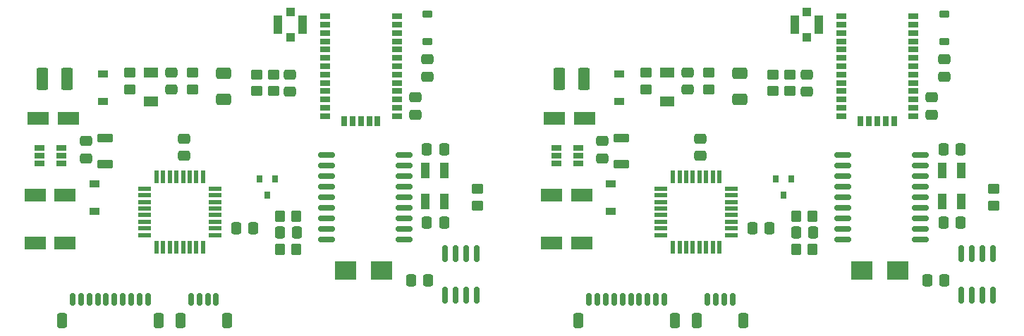
<source format=gbr>
%TF.GenerationSoftware,KiCad,Pcbnew,7.0.5-0*%
%TF.CreationDate,2023-06-16T19:55:47+02:00*%
%TF.ProjectId,SmartDisplay,536d6172-7444-4697-9370-6c61792e6b69,rev?*%
%TF.SameCoordinates,Original*%
%TF.FileFunction,Paste,Top*%
%TF.FilePolarity,Positive*%
%FSLAX46Y46*%
G04 Gerber Fmt 4.6, Leading zero omitted, Abs format (unit mm)*
G04 Created by KiCad (PCBNEW 7.0.5-0) date 2023-06-16 19:55:47*
%MOMM*%
%LPD*%
G01*
G04 APERTURE LIST*
G04 Aperture macros list*
%AMRoundRect*
0 Rectangle with rounded corners*
0 $1 Rounding radius*
0 $2 $3 $4 $5 $6 $7 $8 $9 X,Y pos of 4 corners*
0 Add a 4 corners polygon primitive as box body*
4,1,4,$2,$3,$4,$5,$6,$7,$8,$9,$2,$3,0*
0 Add four circle primitives for the rounded corners*
1,1,$1+$1,$2,$3*
1,1,$1+$1,$4,$5*
1,1,$1+$1,$6,$7*
1,1,$1+$1,$8,$9*
0 Add four rect primitives between the rounded corners*
20,1,$1+$1,$2,$3,$4,$5,0*
20,1,$1+$1,$4,$5,$6,$7,0*
20,1,$1+$1,$6,$7,$8,$9,0*
20,1,$1+$1,$8,$9,$2,$3,0*%
G04 Aperture macros list end*
%ADD10R,0.711200X1.143000*%
%ADD11R,1.143000X0.711200*%
%ADD12RoundRect,0.250000X-0.337500X-0.475000X0.337500X-0.475000X0.337500X0.475000X-0.337500X0.475000X0*%
%ADD13RoundRect,0.249999X0.450001X-0.350001X0.450001X0.350001X-0.450001X0.350001X-0.450001X-0.350001X0*%
%ADD14RoundRect,0.250000X0.350000X0.650000X-0.350000X0.650000X-0.350000X-0.650000X0.350000X-0.650000X0*%
%ADD15RoundRect,0.150000X0.150000X0.625000X-0.150000X0.625000X-0.150000X-0.625000X0.150000X-0.625000X0*%
%ADD16RoundRect,0.250000X0.475000X-0.337500X0.475000X0.337500X-0.475000X0.337500X-0.475000X-0.337500X0*%
%ADD17R,0.800000X0.900000*%
%ADD18R,1.200000X0.900000*%
%ADD19RoundRect,0.250000X-0.462500X-1.075000X0.462500X-1.075000X0.462500X1.075000X-0.462500X1.075000X0*%
%ADD20RoundRect,0.249999X-0.350001X-0.450001X0.350001X-0.450001X0.350001X0.450001X-0.350001X0.450001X0*%
%ADD21R,1.050000X2.200000*%
%ADD22R,1.000000X1.000000*%
%ADD23RoundRect,0.249999X-0.450001X0.350001X-0.450001X-0.350001X0.450001X-0.350001X0.450001X0.350001X0*%
%ADD24RoundRect,0.250000X0.700000X-0.275000X0.700000X0.275000X-0.700000X0.275000X-0.700000X-0.275000X0*%
%ADD25RoundRect,0.250000X-1.050000X-0.550000X1.050000X-0.550000X1.050000X0.550000X-1.050000X0.550000X0*%
%ADD26RoundRect,0.225000X-0.375000X0.225000X-0.375000X-0.225000X0.375000X-0.225000X0.375000X0.225000X0*%
%ADD27RoundRect,0.249997X0.650003X-0.412503X0.650003X0.412503X-0.650003X0.412503X-0.650003X-0.412503X0*%
%ADD28R,1.220000X0.650000*%
%ADD29RoundRect,0.150000X0.875000X0.150000X-0.875000X0.150000X-0.875000X-0.150000X0.875000X-0.150000X0*%
%ADD30R,1.700000X1.300000*%
%ADD31R,2.500000X2.300000*%
%ADD32RoundRect,0.150000X-0.150000X0.825000X-0.150000X-0.825000X0.150000X-0.825000X0.150000X0.825000X0*%
%ADD33R,0.550000X1.600000*%
%ADD34R,1.600000X0.550000*%
%ADD35R,1.100000X1.900000*%
%ADD36RoundRect,0.250000X0.337500X0.475000X-0.337500X0.475000X-0.337500X-0.475000X0.337500X-0.475000X0*%
G04 APERTURE END LIST*
D10*
%TO.C,U5*%
X175290001Y-49960002D03*
X174290001Y-49960002D03*
X173290000Y-49960002D03*
X172289999Y-49960002D03*
X171289999Y-49960002D03*
D11*
X168965000Y-49360001D03*
X168965000Y-48360000D03*
X168965000Y-47360000D03*
X168965000Y-46359999D03*
X168965000Y-45360001D03*
X168965000Y-44360001D03*
X168965000Y-43360000D03*
X168965000Y-42359999D03*
X168965000Y-41359999D03*
X168965000Y-40360001D03*
X168965000Y-39360000D03*
X168965000Y-38360000D03*
X168965000Y-37359999D03*
X177615000Y-37359999D03*
X177615000Y-38360000D03*
X177615000Y-39360000D03*
X177615000Y-40360001D03*
X177615000Y-41359999D03*
X177615000Y-42359999D03*
X177615000Y-43360000D03*
X177615000Y-44360001D03*
X177615000Y-45360001D03*
X177615000Y-46359999D03*
X177615000Y-47360000D03*
X177615000Y-48360000D03*
X177615000Y-49360001D03*
%TD*%
D12*
%TO.C,C7*%
X183290000Y-53360000D03*
X181215000Y-53360000D03*
%TD*%
D13*
%TO.C,R2*%
X187290000Y-58110000D03*
X187290000Y-60110000D03*
%TD*%
D14*
%TO.C,J3*%
X151600000Y-73920000D03*
X157200000Y-73920000D03*
D15*
X152900000Y-71395000D03*
X153900000Y-71395000D03*
X154900000Y-71395000D03*
X155900000Y-71395000D03*
%TD*%
D16*
%TO.C,C12*%
X181290000Y-42535000D03*
X181290000Y-44610000D03*
%TD*%
D17*
%TO.C,D3*%
X162040000Y-58860000D03*
X161090000Y-56860000D03*
X162990000Y-56860000D03*
%TD*%
D12*
%TO.C,C5*%
X181365000Y-69110000D03*
X179290000Y-69110000D03*
%TD*%
D18*
%TO.C,D5*%
X141290000Y-60760000D03*
X141290000Y-57460000D03*
%TD*%
D19*
%TO.C,F1*%
X138040000Y-44860000D03*
X135065000Y-44860000D03*
%TD*%
D20*
%TO.C,R3*%
X165540000Y-61360000D03*
X163540000Y-61360000D03*
%TD*%
%TO.C,R8*%
X165540000Y-65360000D03*
X163540000Y-65360000D03*
%TD*%
D16*
%TO.C,C15*%
X179790000Y-47110000D03*
X179790000Y-49185000D03*
%TD*%
D21*
%TO.C,X1*%
X166290000Y-38360000D03*
D22*
X164815000Y-36860000D03*
D21*
X163340000Y-38360000D03*
D22*
X164815000Y-39860000D03*
%TD*%
D23*
%TO.C,R4*%
X162790000Y-46360000D03*
X162790000Y-44360000D03*
%TD*%
D24*
%TO.C,L1*%
X142540000Y-51972500D03*
X142540000Y-55122500D03*
%TD*%
D16*
%TO.C,C10*%
X150540000Y-44097500D03*
X150540000Y-46172500D03*
%TD*%
D12*
%TO.C,C1*%
X165615000Y-63360000D03*
X163540000Y-63360000D03*
%TD*%
D25*
%TO.C,C3*%
X138140000Y-49610000D03*
X134540000Y-49610000D03*
%TD*%
D12*
%TO.C,C2*%
X160365000Y-62860000D03*
X158290000Y-62860000D03*
%TD*%
D16*
%TO.C,C4*%
X140290000Y-52360000D03*
X140290000Y-54435000D03*
%TD*%
%TO.C,C6*%
X152040000Y-52035000D03*
X152040000Y-54110000D03*
%TD*%
D25*
%TO.C,C14*%
X137790000Y-64610000D03*
X134190000Y-64610000D03*
%TD*%
D23*
%TO.C,R5*%
X160790000Y-46360000D03*
X160790000Y-44360000D03*
%TD*%
D14*
%TO.C,J9*%
X137400000Y-73920000D03*
X149000000Y-73920000D03*
D15*
X138700000Y-71395000D03*
X139700000Y-71395000D03*
X140700000Y-71395000D03*
X141700000Y-71395000D03*
X142700000Y-71395000D03*
X143700000Y-71395000D03*
X144700000Y-71395000D03*
X145700000Y-71395000D03*
X146700000Y-71395000D03*
X147700000Y-71395000D03*
%TD*%
D18*
%TO.C,D6*%
X142290000Y-44310000D03*
X142290000Y-47610000D03*
%TD*%
D16*
%TO.C,C9*%
X164790000Y-44360000D03*
X164790000Y-46435000D03*
%TD*%
D26*
%TO.C,D1*%
X181290000Y-40410000D03*
X181290000Y-37110000D03*
%TD*%
D13*
%TO.C,R7*%
X153040000Y-44110000D03*
X153040000Y-46110000D03*
%TD*%
D27*
%TO.C,C11*%
X156790000Y-44235000D03*
X156790000Y-47360000D03*
%TD*%
D28*
%TO.C,U4*%
X137350000Y-53160000D03*
X137350000Y-54110000D03*
X137350000Y-55060000D03*
X134730000Y-55060000D03*
X134730000Y-54110000D03*
X134730000Y-53160000D03*
%TD*%
D13*
%TO.C,R6*%
X145540000Y-44110000D03*
X145540000Y-46110000D03*
%TD*%
D29*
%TO.C,U3*%
X169140000Y-64170000D03*
X169140000Y-62900000D03*
X169140000Y-61630000D03*
X169140000Y-60360000D03*
X169140000Y-59090000D03*
X169140000Y-57820000D03*
X169140000Y-56550000D03*
X169140000Y-55280000D03*
X169140000Y-54010000D03*
X178440000Y-54010000D03*
X178440000Y-55280000D03*
X178440000Y-56550000D03*
X178440000Y-57820000D03*
X178440000Y-59090000D03*
X178440000Y-60360000D03*
X178440000Y-61630000D03*
X178440000Y-62900000D03*
X178440000Y-64170000D03*
%TD*%
D30*
%TO.C,D4*%
X148040000Y-44110000D03*
X148040000Y-47610000D03*
%TD*%
D31*
%TO.C,D2*%
X171432000Y-67910000D03*
X175732000Y-67910000D03*
%TD*%
D32*
%TO.C,U2*%
X187162000Y-70860000D03*
X185892000Y-70860000D03*
X184622000Y-70860000D03*
X183352000Y-70860000D03*
X183352000Y-65910000D03*
X184622000Y-65910000D03*
X185892000Y-65910000D03*
X187162000Y-65910000D03*
%TD*%
D25*
%TO.C,C13*%
X137790000Y-58860000D03*
X134190000Y-58860000D03*
%TD*%
D33*
%TO.C,U1*%
X148740000Y-56610000D03*
X149540000Y-56610000D03*
X150340000Y-56610000D03*
X151140000Y-56610000D03*
X151940000Y-56610000D03*
X152740000Y-56610000D03*
X153540000Y-56610000D03*
X154340000Y-56610000D03*
D34*
X155790000Y-58060000D03*
X155790000Y-58860000D03*
X155790000Y-59660000D03*
X155790000Y-60460000D03*
X155790000Y-61260000D03*
X155790000Y-62060000D03*
X155790000Y-62860000D03*
X155790000Y-63660000D03*
D33*
X154340000Y-65110000D03*
X153540000Y-65110000D03*
X152740000Y-65110000D03*
X151940000Y-65110000D03*
X151140000Y-65110000D03*
X150340000Y-65110000D03*
X149540000Y-65110000D03*
X148740000Y-65110000D03*
D34*
X147290000Y-63660000D03*
X147290000Y-62860000D03*
X147290000Y-62060000D03*
X147290000Y-61260000D03*
X147290000Y-60460000D03*
X147290000Y-59660000D03*
X147290000Y-58860000D03*
X147290000Y-58060000D03*
%TD*%
D35*
%TO.C,Y2*%
X183340000Y-55910000D03*
X183340000Y-59610000D03*
X181040000Y-59610000D03*
X181040000Y-55910000D03*
%TD*%
D36*
%TO.C,C8*%
X181215000Y-62110000D03*
X183290000Y-62110000D03*
%TD*%
D16*
%TO.C,C12*%
X119290000Y-42535000D03*
X119290000Y-44610000D03*
%TD*%
D20*
%TO.C,R8*%
X103540000Y-65360000D03*
X101540000Y-65360000D03*
%TD*%
%TO.C,R3*%
X103540000Y-61360000D03*
X101540000Y-61360000D03*
%TD*%
D16*
%TO.C,C10*%
X88540000Y-44097500D03*
X88540000Y-46172500D03*
%TD*%
%TO.C,C6*%
X90040000Y-52035000D03*
X90040000Y-54110000D03*
%TD*%
D23*
%TO.C,R5*%
X98790000Y-46360000D03*
X98790000Y-44360000D03*
%TD*%
D13*
%TO.C,R6*%
X83540000Y-44110000D03*
X83540000Y-46110000D03*
%TD*%
D30*
%TO.C,D4*%
X86040000Y-44110000D03*
X86040000Y-47610000D03*
%TD*%
D31*
%TO.C,D2*%
X109432000Y-67910000D03*
X113732000Y-67910000D03*
%TD*%
D35*
%TO.C,Y2*%
X121340000Y-55910000D03*
X121340000Y-59610000D03*
X119040000Y-59610000D03*
X119040000Y-55910000D03*
%TD*%
D36*
%TO.C,C8*%
X119215000Y-62110000D03*
X121290000Y-62110000D03*
%TD*%
D12*
%TO.C,C5*%
X119365000Y-69110000D03*
X117290000Y-69110000D03*
%TD*%
D32*
%TO.C,U2*%
X125162000Y-70860000D03*
X123892000Y-70860000D03*
X122622000Y-70860000D03*
X121352000Y-70860000D03*
X121352000Y-65910000D03*
X122622000Y-65910000D03*
X123892000Y-65910000D03*
X125162000Y-65910000D03*
%TD*%
D13*
%TO.C,R2*%
X125290000Y-58110000D03*
X125290000Y-60110000D03*
%TD*%
D12*
%TO.C,C1*%
X103615000Y-63360000D03*
X101540000Y-63360000D03*
%TD*%
D33*
%TO.C,U1*%
X86740000Y-56610000D03*
X87540000Y-56610000D03*
X88340000Y-56610000D03*
X89140000Y-56610000D03*
X89940000Y-56610000D03*
X90740000Y-56610000D03*
X91540000Y-56610000D03*
X92340000Y-56610000D03*
D34*
X93790000Y-58060000D03*
X93790000Y-58860000D03*
X93790000Y-59660000D03*
X93790000Y-60460000D03*
X93790000Y-61260000D03*
X93790000Y-62060000D03*
X93790000Y-62860000D03*
X93790000Y-63660000D03*
D33*
X92340000Y-65110000D03*
X91540000Y-65110000D03*
X90740000Y-65110000D03*
X89940000Y-65110000D03*
X89140000Y-65110000D03*
X88340000Y-65110000D03*
X87540000Y-65110000D03*
X86740000Y-65110000D03*
D34*
X85290000Y-63660000D03*
X85290000Y-62860000D03*
X85290000Y-62060000D03*
X85290000Y-61260000D03*
X85290000Y-60460000D03*
X85290000Y-59660000D03*
X85290000Y-58860000D03*
X85290000Y-58060000D03*
%TD*%
D12*
%TO.C,C2*%
X98365000Y-62860000D03*
X96290000Y-62860000D03*
%TD*%
D29*
%TO.C,U3*%
X107140000Y-64170000D03*
X107140000Y-62900000D03*
X107140000Y-61630000D03*
X107140000Y-60360000D03*
X107140000Y-59090000D03*
X107140000Y-57820000D03*
X107140000Y-56550000D03*
X107140000Y-55280000D03*
X107140000Y-54010000D03*
X116440000Y-54010000D03*
X116440000Y-55280000D03*
X116440000Y-56550000D03*
X116440000Y-57820000D03*
X116440000Y-59090000D03*
X116440000Y-60360000D03*
X116440000Y-61630000D03*
X116440000Y-62900000D03*
X116440000Y-64170000D03*
%TD*%
D13*
%TO.C,R7*%
X91040000Y-44110000D03*
X91040000Y-46110000D03*
%TD*%
D19*
%TO.C,F1*%
X76040000Y-44860000D03*
X73065000Y-44860000D03*
%TD*%
D23*
%TO.C,R4*%
X100790000Y-46360000D03*
X100790000Y-44360000D03*
%TD*%
D25*
%TO.C,C3*%
X76140000Y-49610000D03*
X72540000Y-49610000D03*
%TD*%
D16*
%TO.C,C4*%
X78290000Y-52360000D03*
X78290000Y-54435000D03*
%TD*%
D25*
%TO.C,C13*%
X75790000Y-58860000D03*
X72190000Y-58860000D03*
%TD*%
%TO.C,C14*%
X75790000Y-64610000D03*
X72190000Y-64610000D03*
%TD*%
D24*
%TO.C,L1*%
X80540000Y-51972500D03*
X80540000Y-55122500D03*
%TD*%
D12*
%TO.C,C7*%
X121290000Y-53360000D03*
X119215000Y-53360000D03*
%TD*%
D27*
%TO.C,C11*%
X94790000Y-44235000D03*
X94790000Y-47360000D03*
%TD*%
D10*
%TO.C,U5*%
X113290001Y-49960002D03*
X112290001Y-49960002D03*
X111290000Y-49960002D03*
X110289999Y-49960002D03*
X109289999Y-49960002D03*
D11*
X106965000Y-49360001D03*
X106965000Y-48360000D03*
X106965000Y-47360000D03*
X106965000Y-46359999D03*
X106965000Y-45360001D03*
X106965000Y-44360001D03*
X106965000Y-43360000D03*
X106965000Y-42359999D03*
X106965000Y-41359999D03*
X106965000Y-40360001D03*
X106965000Y-39360000D03*
X106965000Y-38360000D03*
X106965000Y-37359999D03*
X115615000Y-37359999D03*
X115615000Y-38360000D03*
X115615000Y-39360000D03*
X115615000Y-40360001D03*
X115615000Y-41359999D03*
X115615000Y-42359999D03*
X115615000Y-43360000D03*
X115615000Y-44360001D03*
X115615000Y-45360001D03*
X115615000Y-46359999D03*
X115615000Y-47360000D03*
X115615000Y-48360000D03*
X115615000Y-49360001D03*
%TD*%
D16*
%TO.C,C9*%
X102790000Y-44360000D03*
X102790000Y-46435000D03*
%TD*%
D28*
%TO.C,U4*%
X75350000Y-53160000D03*
X75350000Y-54110000D03*
X75350000Y-55060000D03*
X72730000Y-55060000D03*
X72730000Y-54110000D03*
X72730000Y-53160000D03*
%TD*%
D16*
%TO.C,C15*%
X117790000Y-47110000D03*
X117790000Y-49185000D03*
%TD*%
D21*
%TO.C,X1*%
X104290000Y-38360000D03*
D22*
X102815000Y-36860000D03*
D21*
X101340000Y-38360000D03*
D22*
X102815000Y-39860000D03*
%TD*%
D17*
%TO.C,D3*%
X100040000Y-58860000D03*
X99090000Y-56860000D03*
X100990000Y-56860000D03*
%TD*%
D18*
%TO.C,D5*%
X79290000Y-60760000D03*
X79290000Y-57460000D03*
%TD*%
%TO.C,D6*%
X80290000Y-44310000D03*
X80290000Y-47610000D03*
%TD*%
D14*
%TO.C,J9*%
X75400000Y-73920000D03*
X87000000Y-73920000D03*
D15*
X76700000Y-71395000D03*
X77700000Y-71395000D03*
X78700000Y-71395000D03*
X79700000Y-71395000D03*
X80700000Y-71395000D03*
X81700000Y-71395000D03*
X82700000Y-71395000D03*
X83700000Y-71395000D03*
X84700000Y-71395000D03*
X85700000Y-71395000D03*
%TD*%
D14*
%TO.C,J3*%
X89600000Y-73920000D03*
X95200000Y-73920000D03*
D15*
X90900000Y-71395000D03*
X91900000Y-71395000D03*
X92900000Y-71395000D03*
X93900000Y-71395000D03*
%TD*%
D26*
%TO.C,D1*%
X119290000Y-40410000D03*
X119290000Y-37110000D03*
%TD*%
M02*

</source>
